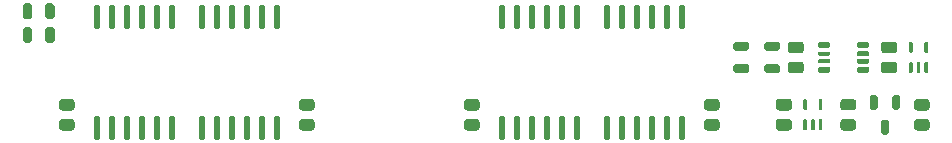
<source format=gtp>
G04 #@! TF.GenerationSoftware,KiCad,Pcbnew,(5.1.10-1-10_14)*
G04 #@! TF.CreationDate,2021-07-01T19:13:04-04:00*
G04 #@! TF.ProjectId,GW4194-SOP,47573431-3934-42d5-934f-502e6b696361,1.0-SOP*
G04 #@! TF.SameCoordinates,Original*
G04 #@! TF.FileFunction,Paste,Top*
G04 #@! TF.FilePolarity,Positive*
%FSLAX46Y46*%
G04 Gerber Fmt 4.6, Leading zero omitted, Abs format (unit mm)*
G04 Created by KiCad (PCBNEW (5.1.10-1-10_14)) date 2021-07-01 19:13:04*
%MOMM*%
%LPD*%
G01*
G04 APERTURE LIST*
G04 APERTURE END LIST*
G36*
G01*
X151965000Y-87480000D02*
X151965000Y-87220000D01*
G75*
G02*
X152095000Y-87090000I130000J0D01*
G01*
X152905000Y-87090000D01*
G75*
G02*
X153035000Y-87220000I0J-130000D01*
G01*
X153035000Y-87480000D01*
G75*
G02*
X152905000Y-87610000I-130000J0D01*
G01*
X152095000Y-87610000D01*
G75*
G02*
X151965000Y-87480000I0J130000D01*
G01*
G37*
G36*
G01*
X151965000Y-88167500D02*
X151965000Y-87982500D01*
G75*
G02*
X152057500Y-87890000I92500J0D01*
G01*
X152942500Y-87890000D01*
G75*
G02*
X153035000Y-87982500I0J-92500D01*
G01*
X153035000Y-88167500D01*
G75*
G02*
X152942500Y-88260000I-92500J0D01*
G01*
X152057500Y-88260000D01*
G75*
G02*
X151965000Y-88167500I0J92500D01*
G01*
G37*
G36*
G01*
X151965000Y-88817500D02*
X151965000Y-88632500D01*
G75*
G02*
X152057500Y-88540000I92500J0D01*
G01*
X152942500Y-88540000D01*
G75*
G02*
X153035000Y-88632500I0J-92500D01*
G01*
X153035000Y-88817500D01*
G75*
G02*
X152942500Y-88910000I-92500J0D01*
G01*
X152057500Y-88910000D01*
G75*
G02*
X151965000Y-88817500I0J92500D01*
G01*
G37*
G36*
G01*
X151965000Y-89580000D02*
X151965000Y-89320000D01*
G75*
G02*
X152095000Y-89190000I130000J0D01*
G01*
X152905000Y-89190000D01*
G75*
G02*
X153035000Y-89320000I0J-130000D01*
G01*
X153035000Y-89580000D01*
G75*
G02*
X152905000Y-89710000I-130000J0D01*
G01*
X152095000Y-89710000D01*
G75*
G02*
X151965000Y-89580000I0J130000D01*
G01*
G37*
G36*
G01*
X148665000Y-89580000D02*
X148665000Y-89320000D01*
G75*
G02*
X148795000Y-89190000I130000J0D01*
G01*
X149605000Y-89190000D01*
G75*
G02*
X149735000Y-89320000I0J-130000D01*
G01*
X149735000Y-89580000D01*
G75*
G02*
X149605000Y-89710000I-130000J0D01*
G01*
X148795000Y-89710000D01*
G75*
G02*
X148665000Y-89580000I0J130000D01*
G01*
G37*
G36*
G01*
X148665000Y-88805000D02*
X148665000Y-88645000D01*
G75*
G02*
X148745000Y-88565000I80000J0D01*
G01*
X149655000Y-88565000D01*
G75*
G02*
X149735000Y-88645000I0J-80000D01*
G01*
X149735000Y-88805000D01*
G75*
G02*
X149655000Y-88885000I-80000J0D01*
G01*
X148745000Y-88885000D01*
G75*
G02*
X148665000Y-88805000I0J80000D01*
G01*
G37*
G36*
G01*
X148665000Y-88155000D02*
X148665000Y-87995000D01*
G75*
G02*
X148745000Y-87915000I80000J0D01*
G01*
X149655000Y-87915000D01*
G75*
G02*
X149735000Y-87995000I0J-80000D01*
G01*
X149735000Y-88155000D01*
G75*
G02*
X149655000Y-88235000I-80000J0D01*
G01*
X148745000Y-88235000D01*
G75*
G02*
X148665000Y-88155000I0J80000D01*
G01*
G37*
G36*
G01*
X148665000Y-87480000D02*
X148665000Y-87220000D01*
G75*
G02*
X148795000Y-87090000I130000J0D01*
G01*
X149605000Y-87090000D01*
G75*
G02*
X149735000Y-87220000I0J-130000D01*
G01*
X149735000Y-87480000D01*
G75*
G02*
X149605000Y-87610000I-130000J0D01*
G01*
X148795000Y-87610000D01*
G75*
G02*
X148665000Y-87480000I0J130000D01*
G01*
G37*
G36*
G01*
X142675000Y-87850000D02*
X141725000Y-87850000D01*
G75*
G02*
X141525000Y-87650000I0J200000D01*
G01*
X141525000Y-87250000D01*
G75*
G02*
X141725000Y-87050000I200000J0D01*
G01*
X142675000Y-87050000D01*
G75*
G02*
X142875000Y-87250000I0J-200000D01*
G01*
X142875000Y-87650000D01*
G75*
G02*
X142675000Y-87850000I-200000J0D01*
G01*
G37*
G36*
G01*
X142675000Y-89750000D02*
X141725000Y-89750000D01*
G75*
G02*
X141525000Y-89550000I0J200000D01*
G01*
X141525000Y-89150000D01*
G75*
G02*
X141725000Y-88950000I200000J0D01*
G01*
X142675000Y-88950000D01*
G75*
G02*
X142875000Y-89150000I0J-200000D01*
G01*
X142875000Y-89550000D01*
G75*
G02*
X142675000Y-89750000I-200000J0D01*
G01*
G37*
G36*
G01*
X145375000Y-93600000D02*
X146225000Y-93600000D01*
G75*
G02*
X146475000Y-93850000I0J-250000D01*
G01*
X146475000Y-94350000D01*
G75*
G02*
X146225000Y-94600000I-250000J0D01*
G01*
X145375000Y-94600000D01*
G75*
G02*
X145125000Y-94350000I0J250000D01*
G01*
X145125000Y-93850000D01*
G75*
G02*
X145375000Y-93600000I250000J0D01*
G01*
G37*
G36*
G01*
X145375000Y-91900000D02*
X146225000Y-91900000D01*
G75*
G02*
X146475000Y-92150000I0J-250000D01*
G01*
X146475000Y-92650000D01*
G75*
G02*
X146225000Y-92900000I-250000J0D01*
G01*
X145375000Y-92900000D01*
G75*
G02*
X145125000Y-92650000I0J250000D01*
G01*
X145125000Y-92150000D01*
G75*
G02*
X145375000Y-91900000I250000J0D01*
G01*
G37*
G36*
G01*
X150831550Y-91913100D02*
X151668450Y-91913100D01*
G75*
G02*
X151911900Y-92156550I0J-243450D01*
G01*
X151911900Y-92643450D01*
G75*
G02*
X151668450Y-92886900I-243450J0D01*
G01*
X150831550Y-92886900D01*
G75*
G02*
X150588100Y-92643450I0J243450D01*
G01*
X150588100Y-92156550D01*
G75*
G02*
X150831550Y-91913100I243450J0D01*
G01*
G37*
G36*
G01*
X150831550Y-93613100D02*
X151668450Y-93613100D01*
G75*
G02*
X151911900Y-93856550I0J-243450D01*
G01*
X151911900Y-94343450D01*
G75*
G02*
X151668450Y-94586900I-243450J0D01*
G01*
X150831550Y-94586900D01*
G75*
G02*
X150588100Y-94343450I0J243450D01*
G01*
X150588100Y-93856550D01*
G75*
G02*
X150831550Y-93613100I243450J0D01*
G01*
G37*
G36*
G01*
X85508450Y-94593900D02*
X84671550Y-94593900D01*
G75*
G02*
X84428100Y-94350450I0J243450D01*
G01*
X84428100Y-93863550D01*
G75*
G02*
X84671550Y-93620100I243450J0D01*
G01*
X85508450Y-93620100D01*
G75*
G02*
X85751900Y-93863550I0J-243450D01*
G01*
X85751900Y-94350450D01*
G75*
G02*
X85508450Y-94593900I-243450J0D01*
G01*
G37*
G36*
G01*
X85508450Y-92893900D02*
X84671550Y-92893900D01*
G75*
G02*
X84428100Y-92650450I0J243450D01*
G01*
X84428100Y-92163550D01*
G75*
G02*
X84671550Y-91920100I243450J0D01*
G01*
X85508450Y-91920100D01*
G75*
G02*
X85751900Y-92163550I0J-243450D01*
G01*
X85751900Y-92650450D01*
G75*
G02*
X85508450Y-92893900I-243450J0D01*
G01*
G37*
G36*
G01*
X105828450Y-92893900D02*
X104991550Y-92893900D01*
G75*
G02*
X104748100Y-92650450I0J243450D01*
G01*
X104748100Y-92163550D01*
G75*
G02*
X104991550Y-91920100I243450J0D01*
G01*
X105828450Y-91920100D01*
G75*
G02*
X106071900Y-92163550I0J-243450D01*
G01*
X106071900Y-92650450D01*
G75*
G02*
X105828450Y-92893900I-243450J0D01*
G01*
G37*
G36*
G01*
X105828450Y-94593900D02*
X104991550Y-94593900D01*
G75*
G02*
X104748100Y-94350450I0J243450D01*
G01*
X104748100Y-93863550D01*
G75*
G02*
X104991550Y-93620100I243450J0D01*
G01*
X105828450Y-93620100D01*
G75*
G02*
X106071900Y-93863550I0J-243450D01*
G01*
X106071900Y-94350450D01*
G75*
G02*
X105828450Y-94593900I-243450J0D01*
G01*
G37*
G36*
G01*
X119798450Y-94593900D02*
X118961550Y-94593900D01*
G75*
G02*
X118718100Y-94350450I0J243450D01*
G01*
X118718100Y-93863550D01*
G75*
G02*
X118961550Y-93620100I243450J0D01*
G01*
X119798450Y-93620100D01*
G75*
G02*
X120041900Y-93863550I0J-243450D01*
G01*
X120041900Y-94350450D01*
G75*
G02*
X119798450Y-94593900I-243450J0D01*
G01*
G37*
G36*
G01*
X119798450Y-92893900D02*
X118961550Y-92893900D01*
G75*
G02*
X118718100Y-92650450I0J243450D01*
G01*
X118718100Y-92163550D01*
G75*
G02*
X118961550Y-91920100I243450J0D01*
G01*
X119798450Y-91920100D01*
G75*
G02*
X120041900Y-92163550I0J-243450D01*
G01*
X120041900Y-92650450D01*
G75*
G02*
X119798450Y-92893900I-243450J0D01*
G01*
G37*
G36*
G01*
X157898450Y-94593900D02*
X157061550Y-94593900D01*
G75*
G02*
X156818100Y-94350450I0J243450D01*
G01*
X156818100Y-93863550D01*
G75*
G02*
X157061550Y-93620100I243450J0D01*
G01*
X157898450Y-93620100D01*
G75*
G02*
X158141900Y-93863550I0J-243450D01*
G01*
X158141900Y-94350450D01*
G75*
G02*
X157898450Y-94593900I-243450J0D01*
G01*
G37*
G36*
G01*
X157898450Y-92893900D02*
X157061550Y-92893900D01*
G75*
G02*
X156818100Y-92650450I0J243450D01*
G01*
X156818100Y-92163550D01*
G75*
G02*
X157061550Y-91920100I243450J0D01*
G01*
X157898450Y-91920100D01*
G75*
G02*
X158141900Y-92163550I0J-243450D01*
G01*
X158141900Y-92650450D01*
G75*
G02*
X157898450Y-92893900I-243450J0D01*
G01*
G37*
G36*
G01*
X140118450Y-94593900D02*
X139281550Y-94593900D01*
G75*
G02*
X139038100Y-94350450I0J243450D01*
G01*
X139038100Y-93863550D01*
G75*
G02*
X139281550Y-93620100I243450J0D01*
G01*
X140118450Y-93620100D01*
G75*
G02*
X140361900Y-93863550I0J-243450D01*
G01*
X140361900Y-94350450D01*
G75*
G02*
X140118450Y-94593900I-243450J0D01*
G01*
G37*
G36*
G01*
X140118450Y-92893900D02*
X139281550Y-92893900D01*
G75*
G02*
X139038100Y-92650450I0J243450D01*
G01*
X139038100Y-92163550D01*
G75*
G02*
X139281550Y-91920100I243450J0D01*
G01*
X140118450Y-91920100D01*
G75*
G02*
X140361900Y-92163550I0J-243450D01*
G01*
X140361900Y-92650450D01*
G75*
G02*
X140118450Y-92893900I-243450J0D01*
G01*
G37*
G36*
G01*
X82150000Y-86025000D02*
X82150000Y-86975000D01*
G75*
G02*
X81950000Y-87175000I-200000J0D01*
G01*
X81550000Y-87175000D01*
G75*
G02*
X81350000Y-86975000I0J200000D01*
G01*
X81350000Y-86025000D01*
G75*
G02*
X81550000Y-85825000I200000J0D01*
G01*
X81950000Y-85825000D01*
G75*
G02*
X82150000Y-86025000I0J-200000D01*
G01*
G37*
G36*
G01*
X84050000Y-86025000D02*
X84050000Y-86975000D01*
G75*
G02*
X83850000Y-87175000I-200000J0D01*
G01*
X83450000Y-87175000D01*
G75*
G02*
X83250000Y-86975000I0J200000D01*
G01*
X83250000Y-86025000D01*
G75*
G02*
X83450000Y-85825000I200000J0D01*
G01*
X83850000Y-85825000D01*
G75*
G02*
X84050000Y-86025000I0J-200000D01*
G01*
G37*
G36*
G01*
X81350000Y-84975000D02*
X81350000Y-84025000D01*
G75*
G02*
X81550000Y-83825000I200000J0D01*
G01*
X81950000Y-83825000D01*
G75*
G02*
X82150000Y-84025000I0J-200000D01*
G01*
X82150000Y-84975000D01*
G75*
G02*
X81950000Y-85175000I-200000J0D01*
G01*
X81550000Y-85175000D01*
G75*
G02*
X81350000Y-84975000I0J200000D01*
G01*
G37*
G36*
G01*
X83250000Y-84975000D02*
X83250000Y-84025000D01*
G75*
G02*
X83450000Y-83825000I200000J0D01*
G01*
X83850000Y-83825000D01*
G75*
G02*
X84050000Y-84025000I0J-200000D01*
G01*
X84050000Y-84975000D01*
G75*
G02*
X83850000Y-85175000I-200000J0D01*
G01*
X83450000Y-85175000D01*
G75*
G02*
X83250000Y-84975000I0J200000D01*
G01*
G37*
G36*
G01*
X154175000Y-93675000D02*
X154525000Y-93675000D01*
G75*
G02*
X154700000Y-93850000I0J-175000D01*
G01*
X154700000Y-94750000D01*
G75*
G02*
X154525000Y-94925000I-175000J0D01*
G01*
X154175000Y-94925000D01*
G75*
G02*
X154000000Y-94750000I0J175000D01*
G01*
X154000000Y-93850000D01*
G75*
G02*
X154175000Y-93675000I175000J0D01*
G01*
G37*
G36*
G01*
X153225000Y-91575000D02*
X153575000Y-91575000D01*
G75*
G02*
X153750000Y-91750000I0J-175000D01*
G01*
X153750000Y-92650000D01*
G75*
G02*
X153575000Y-92825000I-175000J0D01*
G01*
X153225000Y-92825000D01*
G75*
G02*
X153050000Y-92650000I0J175000D01*
G01*
X153050000Y-91750000D01*
G75*
G02*
X153225000Y-91575000I175000J0D01*
G01*
G37*
G36*
G01*
X155125000Y-91575000D02*
X155475000Y-91575000D01*
G75*
G02*
X155650000Y-91750000I0J-175000D01*
G01*
X155650000Y-92650000D01*
G75*
G02*
X155475000Y-92825000I-175000J0D01*
G01*
X155125000Y-92825000D01*
G75*
G02*
X154950000Y-92650000I0J175000D01*
G01*
X154950000Y-91750000D01*
G75*
G02*
X155125000Y-91575000I175000J0D01*
G01*
G37*
G36*
G01*
X154275000Y-87050000D02*
X155125000Y-87050000D01*
G75*
G02*
X155375000Y-87300000I0J-250000D01*
G01*
X155375000Y-87800000D01*
G75*
G02*
X155125000Y-88050000I-250000J0D01*
G01*
X154275000Y-88050000D01*
G75*
G02*
X154025000Y-87800000I0J250000D01*
G01*
X154025000Y-87300000D01*
G75*
G02*
X154275000Y-87050000I250000J0D01*
G01*
G37*
G36*
G01*
X154275000Y-88750000D02*
X155125000Y-88750000D01*
G75*
G02*
X155375000Y-89000000I0J-250000D01*
G01*
X155375000Y-89500000D01*
G75*
G02*
X155125000Y-89750000I-250000J0D01*
G01*
X154275000Y-89750000D01*
G75*
G02*
X154025000Y-89500000I0J250000D01*
G01*
X154025000Y-89000000D01*
G75*
G02*
X154275000Y-88750000I250000J0D01*
G01*
G37*
G36*
G01*
X146375000Y-88750000D02*
X147225000Y-88750000D01*
G75*
G02*
X147475000Y-89000000I0J-250000D01*
G01*
X147475000Y-89500000D01*
G75*
G02*
X147225000Y-89750000I-250000J0D01*
G01*
X146375000Y-89750000D01*
G75*
G02*
X146125000Y-89500000I0J250000D01*
G01*
X146125000Y-89000000D01*
G75*
G02*
X146375000Y-88750000I250000J0D01*
G01*
G37*
G36*
G01*
X146375000Y-87050000D02*
X147225000Y-87050000D01*
G75*
G02*
X147475000Y-87300000I0J-250000D01*
G01*
X147475000Y-87800000D01*
G75*
G02*
X147225000Y-88050000I-250000J0D01*
G01*
X146375000Y-88050000D01*
G75*
G02*
X146125000Y-87800000I0J250000D01*
G01*
X146125000Y-87300000D01*
G75*
G02*
X146375000Y-87050000I250000J0D01*
G01*
G37*
G36*
G01*
X147680000Y-92860000D02*
X147520000Y-92860000D01*
G75*
G02*
X147440000Y-92780000I0J80000D01*
G01*
X147440000Y-92020000D01*
G75*
G02*
X147520000Y-91940000I80000J0D01*
G01*
X147680000Y-91940000D01*
G75*
G02*
X147760000Y-92020000I0J-80000D01*
G01*
X147760000Y-92780000D01*
G75*
G02*
X147680000Y-92860000I-80000J0D01*
G01*
G37*
G36*
G01*
X148980000Y-92860000D02*
X148820000Y-92860000D01*
G75*
G02*
X148740000Y-92780000I0J80000D01*
G01*
X148740000Y-92020000D01*
G75*
G02*
X148820000Y-91940000I80000J0D01*
G01*
X148980000Y-91940000D01*
G75*
G02*
X149060000Y-92020000I0J-80000D01*
G01*
X149060000Y-92780000D01*
G75*
G02*
X148980000Y-92860000I-80000J0D01*
G01*
G37*
G36*
G01*
X148330000Y-94560000D02*
X148170000Y-94560000D01*
G75*
G02*
X148090000Y-94480000I0J80000D01*
G01*
X148090000Y-93720000D01*
G75*
G02*
X148170000Y-93640000I80000J0D01*
G01*
X148330000Y-93640000D01*
G75*
G02*
X148410000Y-93720000I0J-80000D01*
G01*
X148410000Y-94480000D01*
G75*
G02*
X148330000Y-94560000I-80000J0D01*
G01*
G37*
G36*
G01*
X147680000Y-94560000D02*
X147520000Y-94560000D01*
G75*
G02*
X147440000Y-94480000I0J80000D01*
G01*
X147440000Y-93720000D01*
G75*
G02*
X147520000Y-93640000I80000J0D01*
G01*
X147680000Y-93640000D01*
G75*
G02*
X147760000Y-93720000I0J-80000D01*
G01*
X147760000Y-94480000D01*
G75*
G02*
X147680000Y-94560000I-80000J0D01*
G01*
G37*
G36*
G01*
X148980000Y-94560000D02*
X148820000Y-94560000D01*
G75*
G02*
X148740000Y-94480000I0J80000D01*
G01*
X148740000Y-93720000D01*
G75*
G02*
X148820000Y-93640000I80000J0D01*
G01*
X148980000Y-93640000D01*
G75*
G02*
X149060000Y-93720000I0J-80000D01*
G01*
X149060000Y-94480000D01*
G75*
G02*
X148980000Y-94560000I-80000J0D01*
G01*
G37*
G36*
G01*
X157930000Y-89710000D02*
X157770000Y-89710000D01*
G75*
G02*
X157690000Y-89630000I0J80000D01*
G01*
X157690000Y-88870000D01*
G75*
G02*
X157770000Y-88790000I80000J0D01*
G01*
X157930000Y-88790000D01*
G75*
G02*
X158010000Y-88870000I0J-80000D01*
G01*
X158010000Y-89630000D01*
G75*
G02*
X157930000Y-89710000I-80000J0D01*
G01*
G37*
G36*
G01*
X156630000Y-89710000D02*
X156470000Y-89710000D01*
G75*
G02*
X156390000Y-89630000I0J80000D01*
G01*
X156390000Y-88870000D01*
G75*
G02*
X156470000Y-88790000I80000J0D01*
G01*
X156630000Y-88790000D01*
G75*
G02*
X156710000Y-88870000I0J-80000D01*
G01*
X156710000Y-89630000D01*
G75*
G02*
X156630000Y-89710000I-80000J0D01*
G01*
G37*
G36*
G01*
X157280000Y-89710000D02*
X157120000Y-89710000D01*
G75*
G02*
X157040000Y-89630000I0J80000D01*
G01*
X157040000Y-88870000D01*
G75*
G02*
X157120000Y-88790000I80000J0D01*
G01*
X157280000Y-88790000D01*
G75*
G02*
X157360000Y-88870000I0J-80000D01*
G01*
X157360000Y-89630000D01*
G75*
G02*
X157280000Y-89710000I-80000J0D01*
G01*
G37*
G36*
G01*
X157930000Y-88010000D02*
X157770000Y-88010000D01*
G75*
G02*
X157690000Y-87930000I0J80000D01*
G01*
X157690000Y-87170000D01*
G75*
G02*
X157770000Y-87090000I80000J0D01*
G01*
X157930000Y-87090000D01*
G75*
G02*
X158010000Y-87170000I0J-80000D01*
G01*
X158010000Y-87930000D01*
G75*
G02*
X157930000Y-88010000I-80000J0D01*
G01*
G37*
G36*
G01*
X156630000Y-88010000D02*
X156470000Y-88010000D01*
G75*
G02*
X156390000Y-87930000I0J80000D01*
G01*
X156390000Y-87170000D01*
G75*
G02*
X156470000Y-87090000I80000J0D01*
G01*
X156630000Y-87090000D01*
G75*
G02*
X156710000Y-87170000I0J-80000D01*
G01*
X156710000Y-87930000D01*
G75*
G02*
X156630000Y-88010000I-80000J0D01*
G01*
G37*
G36*
G01*
X144325000Y-87050000D02*
X145275000Y-87050000D01*
G75*
G02*
X145475000Y-87250000I0J-200000D01*
G01*
X145475000Y-87650000D01*
G75*
G02*
X145275000Y-87850000I-200000J0D01*
G01*
X144325000Y-87850000D01*
G75*
G02*
X144125000Y-87650000I0J200000D01*
G01*
X144125000Y-87250000D01*
G75*
G02*
X144325000Y-87050000I200000J0D01*
G01*
G37*
G36*
G01*
X144325000Y-88950000D02*
X145275000Y-88950000D01*
G75*
G02*
X145475000Y-89150000I0J-200000D01*
G01*
X145475000Y-89550000D01*
G75*
G02*
X145275000Y-89750000I-200000J0D01*
G01*
X144325000Y-89750000D01*
G75*
G02*
X144125000Y-89550000I0J200000D01*
G01*
X144125000Y-89150000D01*
G75*
G02*
X144325000Y-88950000I200000J0D01*
G01*
G37*
G36*
G01*
X122057500Y-95352000D02*
X121782500Y-95352000D01*
G75*
G02*
X121645000Y-95214500I0J137500D01*
G01*
X121645000Y-93507500D01*
G75*
G02*
X121782500Y-93370000I137500J0D01*
G01*
X122057500Y-93370000D01*
G75*
G02*
X122195000Y-93507500I0J-137500D01*
G01*
X122195000Y-95214500D01*
G75*
G02*
X122057500Y-95352000I-137500J0D01*
G01*
G37*
G36*
G01*
X123327500Y-95352000D02*
X123052500Y-95352000D01*
G75*
G02*
X122915000Y-95214500I0J137500D01*
G01*
X122915000Y-93507500D01*
G75*
G02*
X123052500Y-93370000I137500J0D01*
G01*
X123327500Y-93370000D01*
G75*
G02*
X123465000Y-93507500I0J-137500D01*
G01*
X123465000Y-95214500D01*
G75*
G02*
X123327500Y-95352000I-137500J0D01*
G01*
G37*
G36*
G01*
X124597500Y-95352000D02*
X124322500Y-95352000D01*
G75*
G02*
X124185000Y-95214500I0J137500D01*
G01*
X124185000Y-93507500D01*
G75*
G02*
X124322500Y-93370000I137500J0D01*
G01*
X124597500Y-93370000D01*
G75*
G02*
X124735000Y-93507500I0J-137500D01*
G01*
X124735000Y-95214500D01*
G75*
G02*
X124597500Y-95352000I-137500J0D01*
G01*
G37*
G36*
G01*
X125867500Y-95352000D02*
X125592500Y-95352000D01*
G75*
G02*
X125455000Y-95214500I0J137500D01*
G01*
X125455000Y-93507500D01*
G75*
G02*
X125592500Y-93370000I137500J0D01*
G01*
X125867500Y-93370000D01*
G75*
G02*
X126005000Y-93507500I0J-137500D01*
G01*
X126005000Y-95214500D01*
G75*
G02*
X125867500Y-95352000I-137500J0D01*
G01*
G37*
G36*
G01*
X127137500Y-95352000D02*
X126862500Y-95352000D01*
G75*
G02*
X126725000Y-95214500I0J137500D01*
G01*
X126725000Y-93507500D01*
G75*
G02*
X126862500Y-93370000I137500J0D01*
G01*
X127137500Y-93370000D01*
G75*
G02*
X127275000Y-93507500I0J-137500D01*
G01*
X127275000Y-95214500D01*
G75*
G02*
X127137500Y-95352000I-137500J0D01*
G01*
G37*
G36*
G01*
X128407500Y-95352000D02*
X128132500Y-95352000D01*
G75*
G02*
X127995000Y-95214500I0J137500D01*
G01*
X127995000Y-93507500D01*
G75*
G02*
X128132500Y-93370000I137500J0D01*
G01*
X128407500Y-93370000D01*
G75*
G02*
X128545000Y-93507500I0J-137500D01*
G01*
X128545000Y-95214500D01*
G75*
G02*
X128407500Y-95352000I-137500J0D01*
G01*
G37*
G36*
G01*
X130947500Y-95352000D02*
X130672500Y-95352000D01*
G75*
G02*
X130535000Y-95214500I0J137500D01*
G01*
X130535000Y-93507500D01*
G75*
G02*
X130672500Y-93370000I137500J0D01*
G01*
X130947500Y-93370000D01*
G75*
G02*
X131085000Y-93507500I0J-137500D01*
G01*
X131085000Y-95214500D01*
G75*
G02*
X130947500Y-95352000I-137500J0D01*
G01*
G37*
G36*
G01*
X132217500Y-95352000D02*
X131942500Y-95352000D01*
G75*
G02*
X131805000Y-95214500I0J137500D01*
G01*
X131805000Y-93507500D01*
G75*
G02*
X131942500Y-93370000I137500J0D01*
G01*
X132217500Y-93370000D01*
G75*
G02*
X132355000Y-93507500I0J-137500D01*
G01*
X132355000Y-95214500D01*
G75*
G02*
X132217500Y-95352000I-137500J0D01*
G01*
G37*
G36*
G01*
X133487500Y-95352000D02*
X133212500Y-95352000D01*
G75*
G02*
X133075000Y-95214500I0J137500D01*
G01*
X133075000Y-93507500D01*
G75*
G02*
X133212500Y-93370000I137500J0D01*
G01*
X133487500Y-93370000D01*
G75*
G02*
X133625000Y-93507500I0J-137500D01*
G01*
X133625000Y-95214500D01*
G75*
G02*
X133487500Y-95352000I-137500J0D01*
G01*
G37*
G36*
G01*
X134757500Y-95352000D02*
X134482500Y-95352000D01*
G75*
G02*
X134345000Y-95214500I0J137500D01*
G01*
X134345000Y-93507500D01*
G75*
G02*
X134482500Y-93370000I137500J0D01*
G01*
X134757500Y-93370000D01*
G75*
G02*
X134895000Y-93507500I0J-137500D01*
G01*
X134895000Y-95214500D01*
G75*
G02*
X134757500Y-95352000I-137500J0D01*
G01*
G37*
G36*
G01*
X136027500Y-95352000D02*
X135752500Y-95352000D01*
G75*
G02*
X135615000Y-95214500I0J137500D01*
G01*
X135615000Y-93507500D01*
G75*
G02*
X135752500Y-93370000I137500J0D01*
G01*
X136027500Y-93370000D01*
G75*
G02*
X136165000Y-93507500I0J-137500D01*
G01*
X136165000Y-95214500D01*
G75*
G02*
X136027500Y-95352000I-137500J0D01*
G01*
G37*
G36*
G01*
X137297500Y-95352000D02*
X137022500Y-95352000D01*
G75*
G02*
X136885000Y-95214500I0J137500D01*
G01*
X136885000Y-93507500D01*
G75*
G02*
X137022500Y-93370000I137500J0D01*
G01*
X137297500Y-93370000D01*
G75*
G02*
X137435000Y-93507500I0J-137500D01*
G01*
X137435000Y-95214500D01*
G75*
G02*
X137297500Y-95352000I-137500J0D01*
G01*
G37*
G36*
G01*
X137297500Y-85954000D02*
X137022500Y-85954000D01*
G75*
G02*
X136885000Y-85816500I0J137500D01*
G01*
X136885000Y-84109500D01*
G75*
G02*
X137022500Y-83972000I137500J0D01*
G01*
X137297500Y-83972000D01*
G75*
G02*
X137435000Y-84109500I0J-137500D01*
G01*
X137435000Y-85816500D01*
G75*
G02*
X137297500Y-85954000I-137500J0D01*
G01*
G37*
G36*
G01*
X136027500Y-85954000D02*
X135752500Y-85954000D01*
G75*
G02*
X135615000Y-85816500I0J137500D01*
G01*
X135615000Y-84109500D01*
G75*
G02*
X135752500Y-83972000I137500J0D01*
G01*
X136027500Y-83972000D01*
G75*
G02*
X136165000Y-84109500I0J-137500D01*
G01*
X136165000Y-85816500D01*
G75*
G02*
X136027500Y-85954000I-137500J0D01*
G01*
G37*
G36*
G01*
X134757500Y-85954000D02*
X134482500Y-85954000D01*
G75*
G02*
X134345000Y-85816500I0J137500D01*
G01*
X134345000Y-84109500D01*
G75*
G02*
X134482500Y-83972000I137500J0D01*
G01*
X134757500Y-83972000D01*
G75*
G02*
X134895000Y-84109500I0J-137500D01*
G01*
X134895000Y-85816500D01*
G75*
G02*
X134757500Y-85954000I-137500J0D01*
G01*
G37*
G36*
G01*
X133487500Y-85954000D02*
X133212500Y-85954000D01*
G75*
G02*
X133075000Y-85816500I0J137500D01*
G01*
X133075000Y-84109500D01*
G75*
G02*
X133212500Y-83972000I137500J0D01*
G01*
X133487500Y-83972000D01*
G75*
G02*
X133625000Y-84109500I0J-137500D01*
G01*
X133625000Y-85816500D01*
G75*
G02*
X133487500Y-85954000I-137500J0D01*
G01*
G37*
G36*
G01*
X132217500Y-85954000D02*
X131942500Y-85954000D01*
G75*
G02*
X131805000Y-85816500I0J137500D01*
G01*
X131805000Y-84109500D01*
G75*
G02*
X131942500Y-83972000I137500J0D01*
G01*
X132217500Y-83972000D01*
G75*
G02*
X132355000Y-84109500I0J-137500D01*
G01*
X132355000Y-85816500D01*
G75*
G02*
X132217500Y-85954000I-137500J0D01*
G01*
G37*
G36*
G01*
X130947500Y-85954000D02*
X130672500Y-85954000D01*
G75*
G02*
X130535000Y-85816500I0J137500D01*
G01*
X130535000Y-84109500D01*
G75*
G02*
X130672500Y-83972000I137500J0D01*
G01*
X130947500Y-83972000D01*
G75*
G02*
X131085000Y-84109500I0J-137500D01*
G01*
X131085000Y-85816500D01*
G75*
G02*
X130947500Y-85954000I-137500J0D01*
G01*
G37*
G36*
G01*
X128407500Y-85954000D02*
X128132500Y-85954000D01*
G75*
G02*
X127995000Y-85816500I0J137500D01*
G01*
X127995000Y-84109500D01*
G75*
G02*
X128132500Y-83972000I137500J0D01*
G01*
X128407500Y-83972000D01*
G75*
G02*
X128545000Y-84109500I0J-137500D01*
G01*
X128545000Y-85816500D01*
G75*
G02*
X128407500Y-85954000I-137500J0D01*
G01*
G37*
G36*
G01*
X127137500Y-85954000D02*
X126862500Y-85954000D01*
G75*
G02*
X126725000Y-85816500I0J137500D01*
G01*
X126725000Y-84109500D01*
G75*
G02*
X126862500Y-83972000I137500J0D01*
G01*
X127137500Y-83972000D01*
G75*
G02*
X127275000Y-84109500I0J-137500D01*
G01*
X127275000Y-85816500D01*
G75*
G02*
X127137500Y-85954000I-137500J0D01*
G01*
G37*
G36*
G01*
X125867500Y-85954000D02*
X125592500Y-85954000D01*
G75*
G02*
X125455000Y-85816500I0J137500D01*
G01*
X125455000Y-84109500D01*
G75*
G02*
X125592500Y-83972000I137500J0D01*
G01*
X125867500Y-83972000D01*
G75*
G02*
X126005000Y-84109500I0J-137500D01*
G01*
X126005000Y-85816500D01*
G75*
G02*
X125867500Y-85954000I-137500J0D01*
G01*
G37*
G36*
G01*
X124597500Y-85954000D02*
X124322500Y-85954000D01*
G75*
G02*
X124185000Y-85816500I0J137500D01*
G01*
X124185000Y-84109500D01*
G75*
G02*
X124322500Y-83972000I137500J0D01*
G01*
X124597500Y-83972000D01*
G75*
G02*
X124735000Y-84109500I0J-137500D01*
G01*
X124735000Y-85816500D01*
G75*
G02*
X124597500Y-85954000I-137500J0D01*
G01*
G37*
G36*
G01*
X123327500Y-85954000D02*
X123052500Y-85954000D01*
G75*
G02*
X122915000Y-85816500I0J137500D01*
G01*
X122915000Y-84109500D01*
G75*
G02*
X123052500Y-83972000I137500J0D01*
G01*
X123327500Y-83972000D01*
G75*
G02*
X123465000Y-84109500I0J-137500D01*
G01*
X123465000Y-85816500D01*
G75*
G02*
X123327500Y-85954000I-137500J0D01*
G01*
G37*
G36*
G01*
X122057500Y-85954000D02*
X121782500Y-85954000D01*
G75*
G02*
X121645000Y-85816500I0J137500D01*
G01*
X121645000Y-84109500D01*
G75*
G02*
X121782500Y-83972000I137500J0D01*
G01*
X122057500Y-83972000D01*
G75*
G02*
X122195000Y-84109500I0J-137500D01*
G01*
X122195000Y-85816500D01*
G75*
G02*
X122057500Y-85954000I-137500J0D01*
G01*
G37*
G36*
G01*
X87767500Y-85954000D02*
X87492500Y-85954000D01*
G75*
G02*
X87355000Y-85816500I0J137500D01*
G01*
X87355000Y-84109500D01*
G75*
G02*
X87492500Y-83972000I137500J0D01*
G01*
X87767500Y-83972000D01*
G75*
G02*
X87905000Y-84109500I0J-137500D01*
G01*
X87905000Y-85816500D01*
G75*
G02*
X87767500Y-85954000I-137500J0D01*
G01*
G37*
G36*
G01*
X89037500Y-85954000D02*
X88762500Y-85954000D01*
G75*
G02*
X88625000Y-85816500I0J137500D01*
G01*
X88625000Y-84109500D01*
G75*
G02*
X88762500Y-83972000I137500J0D01*
G01*
X89037500Y-83972000D01*
G75*
G02*
X89175000Y-84109500I0J-137500D01*
G01*
X89175000Y-85816500D01*
G75*
G02*
X89037500Y-85954000I-137500J0D01*
G01*
G37*
G36*
G01*
X90307500Y-85954000D02*
X90032500Y-85954000D01*
G75*
G02*
X89895000Y-85816500I0J137500D01*
G01*
X89895000Y-84109500D01*
G75*
G02*
X90032500Y-83972000I137500J0D01*
G01*
X90307500Y-83972000D01*
G75*
G02*
X90445000Y-84109500I0J-137500D01*
G01*
X90445000Y-85816500D01*
G75*
G02*
X90307500Y-85954000I-137500J0D01*
G01*
G37*
G36*
G01*
X91577500Y-85954000D02*
X91302500Y-85954000D01*
G75*
G02*
X91165000Y-85816500I0J137500D01*
G01*
X91165000Y-84109500D01*
G75*
G02*
X91302500Y-83972000I137500J0D01*
G01*
X91577500Y-83972000D01*
G75*
G02*
X91715000Y-84109500I0J-137500D01*
G01*
X91715000Y-85816500D01*
G75*
G02*
X91577500Y-85954000I-137500J0D01*
G01*
G37*
G36*
G01*
X92847500Y-85954000D02*
X92572500Y-85954000D01*
G75*
G02*
X92435000Y-85816500I0J137500D01*
G01*
X92435000Y-84109500D01*
G75*
G02*
X92572500Y-83972000I137500J0D01*
G01*
X92847500Y-83972000D01*
G75*
G02*
X92985000Y-84109500I0J-137500D01*
G01*
X92985000Y-85816500D01*
G75*
G02*
X92847500Y-85954000I-137500J0D01*
G01*
G37*
G36*
G01*
X94117500Y-85954000D02*
X93842500Y-85954000D01*
G75*
G02*
X93705000Y-85816500I0J137500D01*
G01*
X93705000Y-84109500D01*
G75*
G02*
X93842500Y-83972000I137500J0D01*
G01*
X94117500Y-83972000D01*
G75*
G02*
X94255000Y-84109500I0J-137500D01*
G01*
X94255000Y-85816500D01*
G75*
G02*
X94117500Y-85954000I-137500J0D01*
G01*
G37*
G36*
G01*
X96657500Y-85954000D02*
X96382500Y-85954000D01*
G75*
G02*
X96245000Y-85816500I0J137500D01*
G01*
X96245000Y-84109500D01*
G75*
G02*
X96382500Y-83972000I137500J0D01*
G01*
X96657500Y-83972000D01*
G75*
G02*
X96795000Y-84109500I0J-137500D01*
G01*
X96795000Y-85816500D01*
G75*
G02*
X96657500Y-85954000I-137500J0D01*
G01*
G37*
G36*
G01*
X97927500Y-85954000D02*
X97652500Y-85954000D01*
G75*
G02*
X97515000Y-85816500I0J137500D01*
G01*
X97515000Y-84109500D01*
G75*
G02*
X97652500Y-83972000I137500J0D01*
G01*
X97927500Y-83972000D01*
G75*
G02*
X98065000Y-84109500I0J-137500D01*
G01*
X98065000Y-85816500D01*
G75*
G02*
X97927500Y-85954000I-137500J0D01*
G01*
G37*
G36*
G01*
X99197500Y-85954000D02*
X98922500Y-85954000D01*
G75*
G02*
X98785000Y-85816500I0J137500D01*
G01*
X98785000Y-84109500D01*
G75*
G02*
X98922500Y-83972000I137500J0D01*
G01*
X99197500Y-83972000D01*
G75*
G02*
X99335000Y-84109500I0J-137500D01*
G01*
X99335000Y-85816500D01*
G75*
G02*
X99197500Y-85954000I-137500J0D01*
G01*
G37*
G36*
G01*
X100467500Y-85954000D02*
X100192500Y-85954000D01*
G75*
G02*
X100055000Y-85816500I0J137500D01*
G01*
X100055000Y-84109500D01*
G75*
G02*
X100192500Y-83972000I137500J0D01*
G01*
X100467500Y-83972000D01*
G75*
G02*
X100605000Y-84109500I0J-137500D01*
G01*
X100605000Y-85816500D01*
G75*
G02*
X100467500Y-85954000I-137500J0D01*
G01*
G37*
G36*
G01*
X101737500Y-85954000D02*
X101462500Y-85954000D01*
G75*
G02*
X101325000Y-85816500I0J137500D01*
G01*
X101325000Y-84109500D01*
G75*
G02*
X101462500Y-83972000I137500J0D01*
G01*
X101737500Y-83972000D01*
G75*
G02*
X101875000Y-84109500I0J-137500D01*
G01*
X101875000Y-85816500D01*
G75*
G02*
X101737500Y-85954000I-137500J0D01*
G01*
G37*
G36*
G01*
X103007500Y-85954000D02*
X102732500Y-85954000D01*
G75*
G02*
X102595000Y-85816500I0J137500D01*
G01*
X102595000Y-84109500D01*
G75*
G02*
X102732500Y-83972000I137500J0D01*
G01*
X103007500Y-83972000D01*
G75*
G02*
X103145000Y-84109500I0J-137500D01*
G01*
X103145000Y-85816500D01*
G75*
G02*
X103007500Y-85954000I-137500J0D01*
G01*
G37*
G36*
G01*
X103007500Y-95352000D02*
X102732500Y-95352000D01*
G75*
G02*
X102595000Y-95214500I0J137500D01*
G01*
X102595000Y-93507500D01*
G75*
G02*
X102732500Y-93370000I137500J0D01*
G01*
X103007500Y-93370000D01*
G75*
G02*
X103145000Y-93507500I0J-137500D01*
G01*
X103145000Y-95214500D01*
G75*
G02*
X103007500Y-95352000I-137500J0D01*
G01*
G37*
G36*
G01*
X101737500Y-95352000D02*
X101462500Y-95352000D01*
G75*
G02*
X101325000Y-95214500I0J137500D01*
G01*
X101325000Y-93507500D01*
G75*
G02*
X101462500Y-93370000I137500J0D01*
G01*
X101737500Y-93370000D01*
G75*
G02*
X101875000Y-93507500I0J-137500D01*
G01*
X101875000Y-95214500D01*
G75*
G02*
X101737500Y-95352000I-137500J0D01*
G01*
G37*
G36*
G01*
X100467500Y-95352000D02*
X100192500Y-95352000D01*
G75*
G02*
X100055000Y-95214500I0J137500D01*
G01*
X100055000Y-93507500D01*
G75*
G02*
X100192500Y-93370000I137500J0D01*
G01*
X100467500Y-93370000D01*
G75*
G02*
X100605000Y-93507500I0J-137500D01*
G01*
X100605000Y-95214500D01*
G75*
G02*
X100467500Y-95352000I-137500J0D01*
G01*
G37*
G36*
G01*
X99197500Y-95352000D02*
X98922500Y-95352000D01*
G75*
G02*
X98785000Y-95214500I0J137500D01*
G01*
X98785000Y-93507500D01*
G75*
G02*
X98922500Y-93370000I137500J0D01*
G01*
X99197500Y-93370000D01*
G75*
G02*
X99335000Y-93507500I0J-137500D01*
G01*
X99335000Y-95214500D01*
G75*
G02*
X99197500Y-95352000I-137500J0D01*
G01*
G37*
G36*
G01*
X97927500Y-95352000D02*
X97652500Y-95352000D01*
G75*
G02*
X97515000Y-95214500I0J137500D01*
G01*
X97515000Y-93507500D01*
G75*
G02*
X97652500Y-93370000I137500J0D01*
G01*
X97927500Y-93370000D01*
G75*
G02*
X98065000Y-93507500I0J-137500D01*
G01*
X98065000Y-95214500D01*
G75*
G02*
X97927500Y-95352000I-137500J0D01*
G01*
G37*
G36*
G01*
X96657500Y-95352000D02*
X96382500Y-95352000D01*
G75*
G02*
X96245000Y-95214500I0J137500D01*
G01*
X96245000Y-93507500D01*
G75*
G02*
X96382500Y-93370000I137500J0D01*
G01*
X96657500Y-93370000D01*
G75*
G02*
X96795000Y-93507500I0J-137500D01*
G01*
X96795000Y-95214500D01*
G75*
G02*
X96657500Y-95352000I-137500J0D01*
G01*
G37*
G36*
G01*
X94117500Y-95352000D02*
X93842500Y-95352000D01*
G75*
G02*
X93705000Y-95214500I0J137500D01*
G01*
X93705000Y-93507500D01*
G75*
G02*
X93842500Y-93370000I137500J0D01*
G01*
X94117500Y-93370000D01*
G75*
G02*
X94255000Y-93507500I0J-137500D01*
G01*
X94255000Y-95214500D01*
G75*
G02*
X94117500Y-95352000I-137500J0D01*
G01*
G37*
G36*
G01*
X92847500Y-95352000D02*
X92572500Y-95352000D01*
G75*
G02*
X92435000Y-95214500I0J137500D01*
G01*
X92435000Y-93507500D01*
G75*
G02*
X92572500Y-93370000I137500J0D01*
G01*
X92847500Y-93370000D01*
G75*
G02*
X92985000Y-93507500I0J-137500D01*
G01*
X92985000Y-95214500D01*
G75*
G02*
X92847500Y-95352000I-137500J0D01*
G01*
G37*
G36*
G01*
X91577500Y-95352000D02*
X91302500Y-95352000D01*
G75*
G02*
X91165000Y-95214500I0J137500D01*
G01*
X91165000Y-93507500D01*
G75*
G02*
X91302500Y-93370000I137500J0D01*
G01*
X91577500Y-93370000D01*
G75*
G02*
X91715000Y-93507500I0J-137500D01*
G01*
X91715000Y-95214500D01*
G75*
G02*
X91577500Y-95352000I-137500J0D01*
G01*
G37*
G36*
G01*
X90307500Y-95352000D02*
X90032500Y-95352000D01*
G75*
G02*
X89895000Y-95214500I0J137500D01*
G01*
X89895000Y-93507500D01*
G75*
G02*
X90032500Y-93370000I137500J0D01*
G01*
X90307500Y-93370000D01*
G75*
G02*
X90445000Y-93507500I0J-137500D01*
G01*
X90445000Y-95214500D01*
G75*
G02*
X90307500Y-95352000I-137500J0D01*
G01*
G37*
G36*
G01*
X89037500Y-95352000D02*
X88762500Y-95352000D01*
G75*
G02*
X88625000Y-95214500I0J137500D01*
G01*
X88625000Y-93507500D01*
G75*
G02*
X88762500Y-93370000I137500J0D01*
G01*
X89037500Y-93370000D01*
G75*
G02*
X89175000Y-93507500I0J-137500D01*
G01*
X89175000Y-95214500D01*
G75*
G02*
X89037500Y-95352000I-137500J0D01*
G01*
G37*
G36*
G01*
X87767500Y-95352000D02*
X87492500Y-95352000D01*
G75*
G02*
X87355000Y-95214500I0J137500D01*
G01*
X87355000Y-93507500D01*
G75*
G02*
X87492500Y-93370000I137500J0D01*
G01*
X87767500Y-93370000D01*
G75*
G02*
X87905000Y-93507500I0J-137500D01*
G01*
X87905000Y-95214500D01*
G75*
G02*
X87767500Y-95352000I-137500J0D01*
G01*
G37*
M02*

</source>
